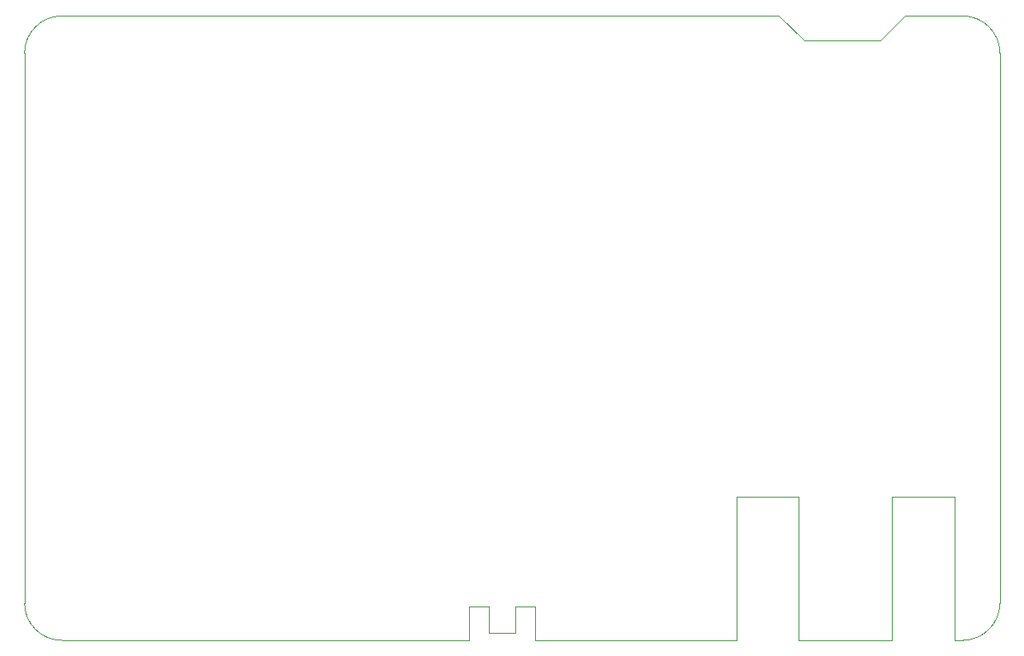
<source format=gko>
*
*
G04 PADS9.1 Build Number: 384028 generated Gerber (RS-274-X) file*
G04 PC Version=2.1*
*
%IN "PSDR_00BB.pcb"*%
*
%MOIN*%
*
%FSLAX35Y35*%
*
*
*
*
G04 PC Standard Apertures*
*
*
G04 Thermal Relief Aperture macro.*
%AMTER*
1,1,$1,0,0*
1,0,$1-$2,0,0*
21,0,$3,$4,0,0,45*
21,0,$3,$4,0,0,135*
%
*
*
G04 Annular Aperture macro.*
%AMANN*
1,1,$1,0,0*
1,0,$2,0,0*
%
*
*
G04 Odd Aperture macro.*
%AMODD*
1,1,$1,0,0*
1,0,$1-0.005,0,0*
%
*
*
G04 PC Custom Aperture Macros*
*
*
*
*
*
*
G04 PC Aperture Table*
*
%ADD042C,0.001*%
*
*
*
*
G04 PC Circuitry*
G04 Layer Name PSDR_00BB.pcb - circuitry*
%LPD*%
*
*
G04 PC Custom Flashes*
G04 Layer Name PSDR_00BB.pcb - flashes*
%LPD*%
*
*
G04 PC Circuitry*
G04 Layer Name PSDR_00BB.pcb - circuitry*
%LPD*%
*
G54D42*
G01X100000Y115000D02*
G75*
G03X115000Y100000I15000J0D01*
G01X279500*
Y113500*
X287500*
Y103000*
X298000*
Y113500*
X306000*
Y100000*
X387500*
Y158000*
X412500*
Y100000*
X450000*
Y158000*
X475500*
Y100000*
X478701*
G03X493701Y115000I-0J15000*
G01Y337200*
G03X478701Y352200I-15000J-0*
G01X455600*
X445600Y342200*
X414623*
X404600Y352200*
X115000*
G03X100000Y337200I0J-15000*
G01Y115000*
G74*
X0Y0D02*
M02*

</source>
